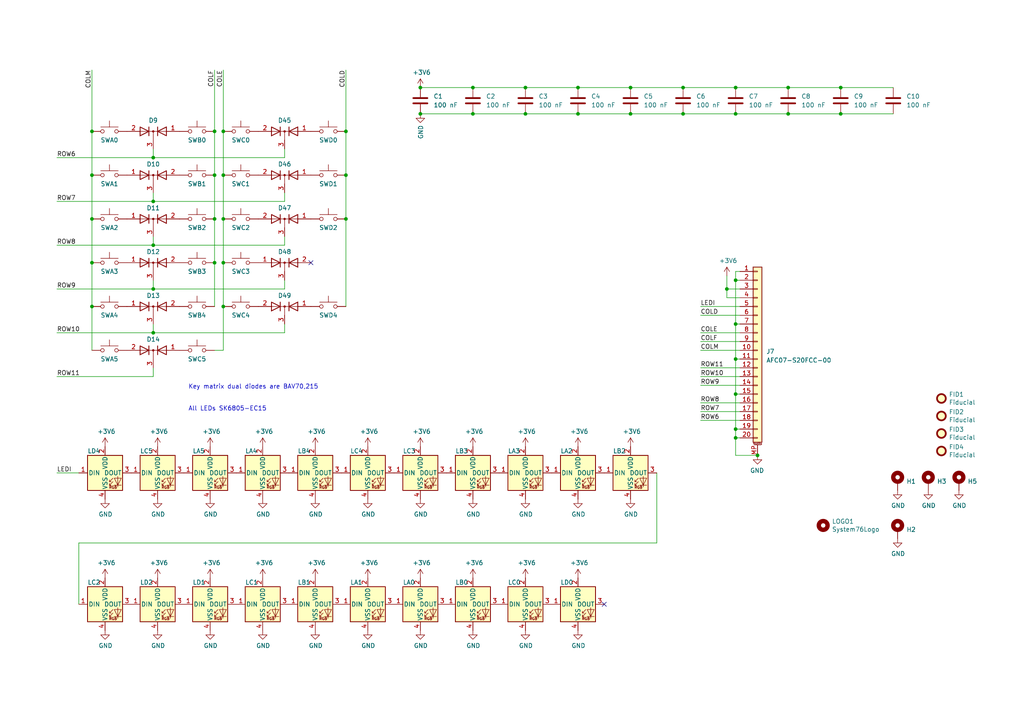
<source format=kicad_sch>
(kicad_sch (version 20211123) (generator eeschema)
  (paper "A4")
  (title_block (title "Launch Heavy") (date "2022-05-19") (rev "0.0") (company "System76"))
  (lib_symbols
    (symbol "Connector_Generic_MountingPin:Conn_01x20_MountingPin" (pin_names (offset 1.016) hide)
      (property "Reference" "J" (at 0 25.4 0))
      (property "Value" "Conn_01x20_MountingPin" (at 1.27 -27.94 0))
      (symbol "Conn_01x20_MountingPin_1_1"
        (rectangle (start -1.27 -25.273) (end 0 -25.527) (stroke (width 0.1524)))
        (rectangle (start -1.27 -22.733) (end 0 -22.987) (stroke (width 0.1524)))
        (rectangle (start -1.27 -20.193) (end 0 -20.447) (stroke (width 0.1524)))
        (rectangle (start -1.27 -17.653) (end 0 -17.907) (stroke (width 0.1524)))
        (rectangle (start -1.27 -15.113) (end 0 -15.367) (stroke (width 0.1524)))
        (rectangle (start -1.27 -12.573) (end 0 -12.827) (stroke (width 0.1524)))
        (rectangle (start -1.27 -10.033) (end 0 -10.287) (stroke (width 0.1524)))
        (rectangle (start -1.27 -7.493) (end 0 -7.747) (stroke (width 0.1524)))
        (rectangle (start -1.27 -4.953) (end 0 -5.207) (stroke (width 0.1524)))
        (rectangle (start -1.27 -2.413) (end 0 -2.667) (stroke (width 0.1524)))
        (rectangle (start -1.27 0.127) (end 0 -0.127) (stroke (width 0.1524)))
        (rectangle (start -1.27 2.667) (end 0 2.413) (stroke (width 0.1524)))
        (rectangle (start -1.27 5.207) (end 0 4.953) (stroke (width 0.1524)))
        (rectangle (start -1.27 7.747) (end 0 7.493) (stroke (width 0.1524)))
        (rectangle (start -1.27 10.287) (end 0 10.033) (stroke (width 0.1524)))
        (rectangle (start -1.27 12.827) (end 0 12.573) (stroke (width 0.1524)))
        (rectangle (start -1.27 15.367) (end 0 15.113) (stroke (width 0.1524)))
        (rectangle (start -1.27 17.907) (end 0 17.653) (stroke (width 0.1524)))
        (rectangle (start -1.27 20.447) (end 0 20.193) (stroke (width 0.1524)))
        (rectangle (start -1.27 22.987) (end 0 22.733) (stroke (width 0.1524)))
        (rectangle (start -1.27 24.13) (end 1.27 -26.67) (stroke (width 0.254)) (fill (type background)))
        (polyline (pts (xy -1.016 -27.432) (xy 1.016 -27.432)) (stroke (width 0.1524)))
        (text "Mounting" (at 0 -27.051 0) (effects (font (size 0.381 0.381))))
        (pin passive line (at -5.08 22.86 0) (length 3.81) (name "Pin_1") (number "1"))
        (pin passive line (at -5.08 0 0) (length 3.81) (name "Pin_10") (number "10"))
        (pin passive line (at -5.08 -2.54 0) (length 3.81) (name "Pin_11") (number "11"))
        (pin passive line (at -5.08 -5.08 0) (length 3.81) (name "Pin_12") (number "12"))
        (pin passive line (at -5.08 -7.62 0) (length 3.81) (name "Pin_13") (number "13"))
        (pin passive line (at -5.08 -10.16 0) (length 3.81) (name "Pin_14") (number "14"))
        (pin passive line (at -5.08 -12.7 0) (length 3.81) (name "Pin_15") (number "15"))
        (pin passive line (at -5.08 -15.24 0) (length 3.81) (name "Pin_16") (number "16"))
        (pin passive line (at -5.08 -17.78 0) (length 3.81) (name "Pin_17") (number "17"))
        (pin passive line (at -5.08 -20.32 0) (length 3.81) (name "Pin_18") (number "18"))
        (pin passive line (at -5.08 -22.86 0) (length 3.81) (name "Pin_19") (number "19"))
        (pin passive line (at -5.08 20.32 0) (length 3.81) (name "Pin_2") (number "2"))
        (pin passive line (at -5.08 -25.4 0) (length 3.81) (name "Pin_20") (number "20"))
        (pin passive line (at -5.08 17.78 0) (length 3.81) (name "Pin_3") (number "3"))
        (pin passive line (at -5.08 15.24 0) (length 3.81) (name "Pin_4") (number "4"))
        (pin passive line (at -5.08 12.7 0) (length 3.81) (name "Pin_5") (number "5"))
        (pin passive line (at -5.08 10.16 0) (length 3.81) (name "Pin_6") (number "6"))
        (pin passive line (at -5.08 7.62 0) (length 3.81) (name "Pin_7") (number "7"))
        (pin passive line (at -5.08 5.08 0) (length 3.81) (name "Pin_8") (number "8"))
        (pin passive line (at -5.08 2.54 0) (length 3.81) (name "Pin_9") (number "9"))
        (pin passive line (at 0 -30.48 90) (length 3.048) (name "MountPin") (number "MP"))
      )
    )
    (symbol "Device:C" (pin_numbers hide) (pin_names (offset 0.254))
      (property "Reference" "C" (at 0.635 2.54 0))
      (property "Value" "C" (at 0.635 -2.54 0))
      (symbol "C_0_1"
        (polyline (pts (xy -2.032 -0.762) (xy 2.032 -0.762)) (stroke (width 0.508)))
        (polyline (pts (xy -2.032 0.762) (xy 2.032 0.762)) (stroke (width 0.508)))
      )
      (symbol "C_1_1"
        (pin passive line (at 0 3.81 270) (length 2.794) (name "~") (number "1"))
        (pin passive line (at 0 -3.81 90) (length 2.794) (name "~") (number "2"))
      )
    )
    (symbol "Device:D_Dual_CommonCathode_AAK" (pin_names (offset 0.762) hide)
      (property "Reference" "D" (at 1.27 -2.54 0))
      (property "Value" "D_Dual_CommonCathode_AAK" (at 0 2.54 0))
      (symbol "D_Dual_CommonCathode_AAK_0_1"
        (polyline (pts (xy -3.81 0) (xy 3.81 0)))
        (polyline (pts (xy 0 0) (xy 0 -2.54)))
        (polyline (pts (xy -1.27 -1.27) (xy -1.27 1.27) (xy -1.27 1.27)) (stroke (width 0.254)))
        (polyline (pts (xy 1.27 -1.27) (xy 1.27 1.27) (xy 1.27 1.27)) (stroke (width 0.254)))
        (polyline (pts (xy -3.81 1.27) (xy -1.27 0) (xy -3.81 -1.27) (xy -3.81 1.27) (xy -3.81 1.27) (xy -3.81 1.27)) (stroke (width 0.254)))
        (polyline (pts (xy 3.81 -1.27) (xy 1.27 0) (xy 3.81 1.27) (xy 3.81 -1.27) (xy 3.81 -1.27) (xy 3.81 -1.27)) (stroke (width 0.254)))
        (circle (center 0 0) (radius 0.254) (fill (type outline)))
        (pin passive line (at -7.62 0 0) (length 3.81) (name "A") (number "1"))
        (pin passive line (at 7.62 0 180) (length 3.81) (name "A") (number "2"))
        (pin passive line (at 0 -5.08 90) (length 2.54) (name "K") (number "3"))
      )
    )
    (symbol "Mechanical:Fiducial"
      (property "Reference" "FID" (at 0 5.08 0))
      (property "Value" "Fiducial" (at 0 3.175 0))
      (symbol "Fiducial_0_1"
        (circle (center 0 0) (radius 1.27) (stroke (width 0.508)) (fill (type background)))
      )
    )
    (symbol "Mechanical:MountingHole" (pin_names (offset 1.016))
      (property "Reference" "H" (at 0 5.08 0))
      (property "Value" "MountingHole" (at 0 3.175 0))
      (symbol "MountingHole_0_1"
        (circle (center 0 0) (radius 1.27) (stroke (width 1.27)))
      )
    )
    (symbol "Mechanical:MountingHole_Pad" (pin_numbers hide) (pin_names (offset 1.016) hide)
      (property "Reference" "H" (at 0 6.35 0))
      (property "Value" "MountingHole_Pad" (at 0 4.445 0))
      (symbol "MountingHole_Pad_0_1"
        (circle (center 0 1.27) (radius 1.27) (stroke (width 1.27)))
      )
      (symbol "MountingHole_Pad_1_1"
        (pin input line (at 0 -2.54 90) (length 2.54) (name "1") (number "1"))
      )
    )
    (symbol "Switch:SW_Push" (pin_numbers hide) (pin_names (offset 1.016) hide)
      (property "Reference" "SW" (at 1.27 2.54 0))
      (property "Value" "SW_Push" (at 0 -1.524 0))
      (symbol "SW_Push_0_1"
        (circle (center -2.032 0) (radius 0.508))
        (polyline (pts (xy 0 1.27) (xy 0 3.048)))
        (polyline (pts (xy 2.54 1.27) (xy -2.54 1.27)))
        (circle (center 2.032 0) (radius 0.508))
        (pin passive line (at -5.08 0 0) (length 2.54) (name "1") (number "1"))
        (pin passive line (at 5.08 0 180) (length 2.54) (name "2") (number "2"))
      )
    )
    (symbol "launch:+3V6" (power) (pin_names (offset 0))
      (property "Value" "+3V6" (at 0 3.556 0))
      (symbol "+3V6_0_1"
        (polyline (pts (xy -0.762 1.27) (xy 0 2.54)))
        (polyline (pts (xy 0 0) (xy 0 2.54)))
        (polyline (pts (xy 0 2.54) (xy 0.762 1.27)))
      )
      (symbol "+3V6_1_1"
        (pin power_in line (at 0 0 90) (length 0) hide (name "+3V6") (number "1"))
      )
    )
    (symbol "launch:SK6805-EC15" (pin_names (offset 0.254))
      (property "Reference" "D" (at 5.08 5.715 0))
      (property "Value" "SK6805-EC15" (at 1.27 -5.715 0))
      (symbol "SK6805-EC15_0_0"
        (text "RGB" (at 2.286 -4.191 0) (effects (font (size 0.762 0.762))))
      )
      (symbol "SK6805-EC15_0_1"
        (polyline (pts (xy 1.27 -3.556) (xy 1.778 -3.556)))
        (polyline (pts (xy 1.27 -2.54) (xy 1.778 -2.54)))
        (polyline (pts (xy 4.699 -3.556) (xy 2.667 -3.556)))
        (polyline (pts (xy 2.286 -2.54) (xy 1.27 -3.556) (xy 1.27 -3.048)))
        (polyline (pts (xy 2.286 -1.524) (xy 1.27 -2.54) (xy 1.27 -2.032)))
        (polyline (pts (xy 3.683 -1.016) (xy 3.683 -3.556) (xy 3.683 -4.064)))
        (polyline (pts (xy 4.699 -1.524) (xy 2.667 -1.524) (xy 3.683 -3.556) (xy 4.699 -1.524)))
        (rectangle (start 5.08 5.08) (end -5.08 -5.08) (stroke (width 0.254)) (fill (type background)))
      )
      (symbol "SK6805-EC15_1_1"
        (pin input line (at -7.62 0 0) (length 2.54) (name "DIN") (number "1"))
        (pin power_in line (at 0 7.62 270) (length 2.54) (name "VDD") (number "2"))
        (pin output line (at 7.62 0 180) (length 2.54) (name "DOUT") (number "3"))
        (pin power_in line (at 0 -7.62 90) (length 2.54) (name "VSS") (number "4"))
      )
    )
    (symbol "power:GND" (power) (pin_names (offset 0))
      (property "Value" "GND" (at 0 -3.81 0))
      (symbol "GND_0_1"
        (polyline (pts (xy 0 0) (xy 0 -1.27) (xy 1.27 -1.27) (xy 0 -2.54) (xy -1.27 -1.27) (xy 0 -1.27)))
      )
      (symbol "GND_1_1"
        (pin power_in line (at 0 0 270) (length 0) hide (name "GND") (number "1"))
      )
    )
  )
  (junction (at 182.88 25.4))
  (junction (at 62.23 38.1))
  (junction (at 167.64 33.02))
  (junction (at 44.45 58.42))
  (junction (at 121.92 33.02))
  (junction (at 228.6 33.02))
  (junction (at 210.82 83.82))
  (junction (at 213.36 124.46))
  (junction (at 213.36 114.3))
  (junction (at 167.64 25.4))
  (junction (at 64.77 76.2))
  (junction (at 137.16 25.4))
  (junction (at 100.33 63.5))
  (junction (at 213.36 127))
  (junction (at 213.36 104.14))
  (junction (at 198.12 25.4))
  (junction (at 44.45 83.82))
  (junction (at 64.77 38.1))
  (junction (at 26.67 50.8))
  (junction (at 219.71 132.08))
  (junction (at 213.36 93.98))
  (junction (at 62.23 76.2))
  (junction (at 198.12 33.02))
  (junction (at 100.33 38.1))
  (junction (at 26.67 63.5))
  (junction (at 100.33 50.8))
  (junction (at 44.45 96.52))
  (junction (at 213.36 81.28))
  (junction (at 121.92 25.4))
  (junction (at 137.16 33.02))
  (junction (at 44.45 45.72))
  (junction (at 62.23 63.5))
  (junction (at 26.67 38.1))
  (junction (at 64.77 63.5))
  (junction (at 62.23 50.8))
  (junction (at 26.67 88.9))
  (junction (at 44.45 71.12))
  (junction (at 152.4 25.4))
  (junction (at 228.6 25.4))
  (junction (at 243.84 25.4))
  (junction (at 26.67 76.2))
  (junction (at 152.4 33.02))
  (junction (at 64.77 88.9))
  (junction (at 213.36 25.4))
  (junction (at 64.77 50.8))
  (junction (at 243.84 33.02))
  (junction (at 182.88 33.02))
  (junction (at 213.36 33.02))
  (no_connect (at 90.17 76.2))
  (no_connect (at 175.26 175.26))
  (wire (pts (xy 203.2 96.52) (xy 214.63 96.52)))
  (wire (pts (xy 16.51 45.72) (xy 44.45 45.72)))
  (wire (pts (xy 213.36 127) (xy 214.63 127)))
  (wire (pts (xy 214.63 104.14) (xy 213.36 104.14)))
  (wire (pts (xy 213.36 25.4) (xy 228.6 25.4)))
  (wire (pts (xy 213.36 132.08) (xy 219.71 132.08)))
  (wire (pts (xy 64.77 76.2) (xy 64.77 88.9)))
  (wire (pts (xy 213.36 124.46) (xy 214.63 124.46)))
  (wire (pts (xy 16.51 83.82) (xy 44.45 83.82)))
  (wire (pts (xy 44.45 68.58) (xy 44.45 71.12)))
  (wire (pts (xy 44.45 55.88) (xy 44.45 58.42)))
  (wire (pts (xy 100.33 63.5) (xy 100.33 88.9)))
  (wire (pts (xy 64.77 101.6) (xy 64.77 88.9)))
  (wire (pts (xy 213.36 127) (xy 213.36 132.08)))
  (wire (pts (xy 82.55 55.88) (xy 82.55 58.42)))
  (wire (pts (xy 203.2 121.92) (xy 214.63 121.92)))
  (wire (pts (xy 62.23 63.5) (xy 62.23 50.8)))
  (wire (pts (xy 16.51 137.16) (xy 22.86 137.16)))
  (wire (pts (xy 243.84 33.02) (xy 259.08 33.02)))
  (wire (pts (xy 203.2 88.9) (xy 214.63 88.9)))
  (wire (pts (xy 203.2 101.6) (xy 214.63 101.6)))
  (wire (pts (xy 198.12 33.02) (xy 213.36 33.02)))
  (wire (pts (xy 182.88 33.02) (xy 198.12 33.02)))
  (wire (pts (xy 203.2 91.44) (xy 214.63 91.44)))
  (wire (pts (xy 213.36 124.46) (xy 213.36 127)))
  (wire (pts (xy 228.6 25.4) (xy 243.84 25.4)))
  (wire (pts (xy 100.33 38.1) (xy 100.33 50.8)))
  (wire (pts (xy 213.36 33.02) (xy 228.6 33.02)))
  (wire (pts (xy 214.63 83.82) (xy 210.82 83.82)))
  (wire (pts (xy 213.36 114.3) (xy 213.36 124.46)))
  (wire (pts (xy 44.45 83.82) (xy 82.55 83.82)))
  (wire (pts (xy 22.86 157.48) (xy 190.5 157.48)))
  (wire (pts (xy 26.67 20.32) (xy 26.67 38.1)))
  (wire (pts (xy 44.45 106.68) (xy 44.45 109.22)))
  (wire (pts (xy 22.86 157.48) (xy 22.86 175.26)))
  (wire (pts (xy 213.36 93.98) (xy 214.63 93.98)))
  (wire (pts (xy 213.36 81.28) (xy 213.36 93.98)))
  (wire (pts (xy 213.36 78.74) (xy 213.36 81.28)))
  (wire (pts (xy 16.51 96.52) (xy 44.45 96.52)))
  (wire (pts (xy 62.23 20.32) (xy 62.23 38.1)))
  (wire (pts (xy 44.45 93.98) (xy 44.45 96.52)))
  (wire (pts (xy 137.16 25.4) (xy 152.4 25.4)))
  (wire (pts (xy 100.33 20.32) (xy 100.33 38.1)))
  (wire (pts (xy 64.77 50.8) (xy 64.77 63.5)))
  (wire (pts (xy 152.4 33.02) (xy 167.64 33.02)))
  (wire (pts (xy 62.23 63.5) (xy 62.23 76.2)))
  (wire (pts (xy 44.45 71.12) (xy 82.55 71.12)))
  (wire (pts (xy 203.2 106.68) (xy 214.63 106.68)))
  (wire (pts (xy 203.2 119.38) (xy 214.63 119.38)))
  (wire (pts (xy 64.77 63.5) (xy 64.77 76.2)))
  (wire (pts (xy 44.45 58.42) (xy 82.55 58.42)))
  (wire (pts (xy 16.51 58.42) (xy 44.45 58.42)))
  (wire (pts (xy 64.77 38.1) (xy 64.77 50.8)))
  (wire (pts (xy 26.67 76.2) (xy 26.67 88.9)))
  (wire (pts (xy 62.23 38.1) (xy 62.23 50.8)))
  (wire (pts (xy 82.55 93.98) (xy 82.55 96.52)))
  (wire (pts (xy 44.45 43.18) (xy 44.45 45.72)))
  (wire (pts (xy 213.36 104.14) (xy 213.36 114.3)))
  (wire (pts (xy 26.67 38.1) (xy 26.67 50.8)))
  (wire (pts (xy 44.45 45.72) (xy 82.55 45.72)))
  (wire (pts (xy 228.6 33.02) (xy 243.84 33.02)))
  (wire (pts (xy 26.67 88.9) (xy 26.67 101.6)))
  (wire (pts (xy 167.64 33.02) (xy 182.88 33.02)))
  (wire (pts (xy 82.55 83.82) (xy 82.55 81.28)))
  (wire (pts (xy 82.55 45.72) (xy 82.55 43.18)))
  (wire (pts (xy 62.23 101.6) (xy 64.77 101.6)))
  (wire (pts (xy 26.67 63.5) (xy 26.67 76.2)))
  (wire (pts (xy 100.33 50.8) (xy 100.33 63.5)))
  (wire (pts (xy 210.82 83.82) (xy 210.82 80.01)))
  (wire (pts (xy 182.88 25.4) (xy 198.12 25.4)))
  (wire (pts (xy 121.92 25.4) (xy 137.16 25.4)))
  (wire (pts (xy 203.2 99.06) (xy 214.63 99.06)))
  (wire (pts (xy 137.16 33.02) (xy 152.4 33.02)))
  (wire (pts (xy 214.63 86.36) (xy 210.82 86.36)))
  (wire (pts (xy 82.55 68.58) (xy 82.55 71.12)))
  (wire (pts (xy 62.23 76.2) (xy 62.23 88.9)))
  (wire (pts (xy 198.12 25.4) (xy 213.36 25.4)))
  (wire (pts (xy 44.45 81.28) (xy 44.45 83.82)))
  (wire (pts (xy 213.36 93.98) (xy 213.36 104.14)))
  (wire (pts (xy 152.4 25.4) (xy 167.64 25.4)))
  (wire (pts (xy 121.92 33.02) (xy 137.16 33.02)))
  (wire (pts (xy 203.2 109.22) (xy 214.63 109.22)))
  (wire (pts (xy 214.63 78.74) (xy 213.36 78.74)))
  (wire (pts (xy 16.51 109.22) (xy 44.45 109.22)))
  (wire (pts (xy 26.67 50.8) (xy 26.67 63.5)))
  (wire (pts (xy 213.36 81.28) (xy 214.63 81.28)))
  (wire (pts (xy 203.2 116.84) (xy 214.63 116.84)))
  (wire (pts (xy 203.2 111.76) (xy 214.63 111.76)))
  (wire (pts (xy 210.82 86.36) (xy 210.82 83.82)))
  (wire (pts (xy 213.36 114.3) (xy 214.63 114.3)))
  (wire (pts (xy 190.5 137.16) (xy 190.5 157.48)))
  (wire (pts (xy 167.64 25.4) (xy 182.88 25.4)))
  (wire (pts (xy 16.51 71.12) (xy 44.45 71.12)))
  (wire (pts (xy 243.84 25.4) (xy 259.08 25.4)))
  (wire (pts (xy 64.77 20.32) (xy 64.77 38.1)))
  (wire (pts (xy 44.45 96.52) (xy 82.55 96.52)))
  (text "Key matrix dual diodes are BAV70,215" (at 54.61 113.03 0) (effects (font (size 1.27 1.27)) (justify left bottom)))
  (text "All LEDs SK6805-EC15" (at 54.61 119.38 0) (effects (font (size 1.27 1.27)) (justify left bottom)))
  (label "LEDI" (at 203.2 88.9 0))
  (label "ROW6" (at 16.51 45.72 0))
  (label "ROW10" (at 16.51 96.52 0))
  (label "LEDI" (at 16.51 137.16 0))
  (label "ROW9" (at 16.51 83.82 0))
  (label "ROW11" (at 16.51 109.22 0))
  (label "ROW7" (at 16.51 58.42 0))
  (label "ROW10" (at 203.2 109.22 0))
  (label "COLD" (at 100.33 20.32 270))
  (label "ROW8" (at 16.51 71.12 0))
  (label "COLM" (at 203.2 101.6 0))
  (label "ROW9" (at 203.2 111.76 0))
  (label "COLM" (at 26.67 20.32 270))
  (label "ROW11" (at 203.2 106.68 0))
  (label "COLE" (at 64.77 20.32 270))
  (label "COLE" (at 203.2 96.52 0))
  (label "COLF" (at 203.2 99.06 0))
  (label "ROW7" (at 203.2 119.38 0))
  (label "COLF" (at 62.23 20.32 270))
  (label "ROW6" (at 203.2 121.92 0))
  (label "COLD" (at 203.2 91.44 0))
  (label "ROW8" (at 203.2 116.84 0))
  (symbol (lib_id "Switch:SW_Push") (at 31.75 38.1 0) (unit 1)
    (property "Reference" "SWA0" (at 31.75 40.64 0))
    (property "Value" "CPG151101S11" (effects hide))
    (property "Footprint" "Kailh:Kailh_socket_MX" (effects hide))
    (property "Manufacturer" "Kailh" (effects hide))
  )
  (symbol (lib_id "Switch:SW_Push") (at 57.15 38.1 0) (mirror y) (unit 1)
    (property "Reference" "SWB0" (at 57.15 40.64 0))
    (property "Value" "CPG151101S11" (effects hide))
    (property "Footprint" "Kailh:Kailh_socket_MX" (effects hide))
    (property "Manufacturer" "Kailh" (effects hide))
  )
  (symbol (lib_id "Switch:SW_Push") (at 69.85 38.1 0) (unit 1)
    (property "Reference" "SWC0" (at 69.85 40.64 0))
    (property "Value" "CPG151101S11" (effects hide))
    (property "Footprint" "Kailh:Kailh_socket_MX" (effects hide))
    (property "Manufacturer" "Kailh" (effects hide))
  )
  (symbol (lib_id "Switch:SW_Push") (at 95.25 38.1 0) (mirror y) (unit 1)
    (property "Reference" "SWD0" (at 95.25 40.64 0))
    (property "Value" "CPG151101S11" (effects hide))
    (property "Footprint" "Kailh:Kailh_socket_MX" (effects hide))
    (property "Manufacturer" "Kailh" (effects hide))
  )
  (symbol (lib_id "Switch:SW_Push") (at 31.75 50.8 0) (unit 1)
    (property "Reference" "SWA1" (at 31.75 53.34 0))
    (property "Value" "CPG151101S11" (effects hide))
    (property "Footprint" "Kailh:Kailh_socket_MX" (effects hide))
    (property "Manufacturer" "Kailh" (effects hide))
  )
  (symbol (lib_id "Switch:SW_Push") (at 57.15 50.8 0) (mirror y) (unit 1)
    (property "Reference" "SWB1" (at 57.15 53.34 0))
    (property "Value" "CPG151101S11" (effects hide))
    (property "Footprint" "Kailh:Kailh_socket_MX" (effects hide))
    (property "Manufacturer" "Kailh" (effects hide))
  )
  (symbol (lib_id "Switch:SW_Push") (at 69.85 50.8 0) (unit 1)
    (property "Reference" "SWC1" (at 69.85 53.34 0))
    (property "Value" "CPG151101S11" (effects hide))
    (property "Footprint" "Kailh:Kailh_socket_MX" (effects hide))
    (property "Manufacturer" "Kailh" (effects hide))
  )
  (symbol (lib_id "Switch:SW_Push") (at 95.25 50.8 0) (mirror y) (unit 1)
    (property "Reference" "SWD1" (at 95.25 53.34 0))
    (property "Value" "CPG151101S11" (effects hide))
    (property "Footprint" "Kailh:Kailh_socket_MX" (effects hide))
    (property "Manufacturer" "Kailh" (effects hide))
  )
  (symbol (lib_id "Switch:SW_Push") (at 95.25 63.5 0) (mirror y) (unit 1)
    (property "Reference" "SWD2" (at 95.25 66.04 0))
    (property "Value" "CPG151101S11" (effects hide))
    (property "Footprint" "Kailh:Kailh_socket_MX" (effects hide))
    (property "Manufacturer" "Kailh" (effects hide))
  )
  (symbol (lib_id "Switch:SW_Push") (at 69.85 63.5 0) (unit 1)
    (property "Reference" "SWC2" (at 69.85 66.04 0))
    (property "Value" "CPG151101S11" (effects hide))
    (property "Footprint" "Kailh:Kailh_socket_MX" (effects hide))
    (property "Manufacturer" "Kailh" (effects hide))
  )
  (symbol (lib_id "Switch:SW_Push") (at 57.15 63.5 0) (mirror y) (unit 1)
    (property "Reference" "SWB2" (at 57.15 66.04 0))
    (property "Value" "CPG151101S11" (effects hide))
    (property "Footprint" "Kailh:Kailh_socket_MX" (effects hide))
    (property "Manufacturer" "Kailh" (effects hide))
  )
  (symbol (lib_id "Switch:SW_Push") (at 31.75 63.5 0) (unit 1)
    (property "Reference" "SWA2" (at 31.75 66.04 0))
    (property "Value" "CPG151101S11" (effects hide))
    (property "Footprint" "Kailh:Kailh_socket_MX" (effects hide))
    (property "Manufacturer" "Kailh" (effects hide))
  )
  (symbol (lib_id "Switch:SW_Push") (at 31.75 76.2 0) (unit 1)
    (property "Reference" "SWA3" (at 31.75 78.74 0))
    (property "Value" "CPG151101S11" (effects hide))
    (property "Footprint" "Kailh:Kailh_socket_MX" (effects hide))
    (property "Manufacturer" "Kailh" (effects hide))
  )
  (symbol (lib_id "Switch:SW_Push") (at 31.75 88.9 0) (unit 1)
    (property "Reference" "SWA4" (at 31.75 91.44 0))
    (property "Value" "CPG151101S11" (effects hide))
    (property "Footprint" "Kailh:Kailh_socket_MX" (effects hide))
    (property "Manufacturer" "Kailh" (effects hide))
  )
  (symbol (lib_id "Switch:SW_Push") (at 57.15 76.2 0) (mirror y) (unit 1)
    (property "Reference" "SWB3" (at 57.15 78.74 0))
    (property "Value" "CPG151101S11" (effects hide))
    (property "Footprint" "Kailh:Kailh_socket_MX" (effects hide))
    (property "Manufacturer" "Kailh" (effects hide))
  )
  (symbol (lib_id "Switch:SW_Push") (at 69.85 76.2 0) (unit 1)
    (property "Reference" "SWC3" (at 69.85 78.74 0))
    (property "Value" "CPG151101S11" (effects hide))
    (property "Footprint" "Kailh:Kailh_socket_MX" (effects hide))
    (property "Manufacturer" "Kailh" (effects hide))
  )
  (symbol (lib_id "Switch:SW_Push") (at 69.85 88.9 0) (unit 1)
    (property "Reference" "SWC4" (at 69.85 91.44 0))
    (property "Value" "CPG151101S11" (effects hide))
    (property "Footprint" "Kailh:Kailh_socket_MX" (effects hide))
    (property "Manufacturer" "Kailh" (effects hide))
  )
  (symbol (lib_id "Switch:SW_Push") (at 57.15 88.9 0) (mirror y) (unit 1)
    (property "Reference" "SWB4" (at 57.15 91.44 0))
    (property "Value" "CPG151101S11" (effects hide))
    (property "Footprint" "Kailh:Kailh_socket_MX" (effects hide))
    (property "Manufacturer" "Kailh" (effects hide))
  )
  (symbol (lib_id "Switch:SW_Push") (at 31.75 101.6 0) (unit 1)
    (property "Reference" "SWA5" (at 31.75 104.14 0))
    (property "Value" "CPG151101S11" (effects hide))
    (property "Footprint" "Kailh:Kailh_socket_MX" (effects hide))
    (property "Manufacturer" "Kailh" (effects hide))
  )
  (symbol (lib_id "Switch:SW_Push") (at 57.15 101.6 0) (mirror y) (unit 1)
    (property "Reference" "SWC5" (at 57.15 104.14 0))
    (property "Value" "CPG151101S11" (effects hide))
    (property "Footprint" "Kailh:Kailh_socket_MX" (effects hide))
    (property "Manufacturer" "Kailh" (effects hide))
  )
  (symbol (lib_id "Switch:SW_Push") (at 95.25 88.9 0) (mirror y) (unit 1)
    (property "Reference" "SWD4" (at 95.25 91.44 0))
    (property "Value" "CPG151101S11" (effects hide))
    (property "Footprint" "Kailh:Kailh_socket_MX" (effects hide))
    (property "Manufacturer" "Kailh" (effects hide))
  )
  (symbol (lib_id "launch:SK6805-EC15") (at 121.92 175.26 0) (unit 1)
    (property "Reference" "LA0" (at 116.84 168.91 0) (effects (justify left)))
    (property "Value" "SK6805-EC15" (effects hide))
    (property "Footprint" "launch:LED_SK6805-EC15" (effects hide))
    (property "Datasheet" "$KIPRJMOD/docs/SK6805-EC15.pdf" (effects hide))
  )
  (symbol (lib_id "power:GND") (at 121.92 182.88 0) (unit 1)
    (property "Reference" "#PWR016" (effects hide))
    (property "Value" "GND" (at 122.047 187.2742 0))
  )
  (symbol (lib_id "power:GND") (at 137.16 182.88 0) (unit 1)
    (property "Reference" "#PWR017" (effects hide))
    (property "Value" "GND" (at 137.287 187.2742 0))
  )
  (symbol (lib_id "launch:SK6805-EC15") (at 137.16 175.26 0) (unit 1)
    (property "Reference" "LB0" (at 132.08 168.91 0) (effects (justify left)))
    (property "Value" "SK6805-EC15" (effects hide))
    (property "Footprint" "launch:LED_SK6805-EC15" (effects hide))
    (property "Datasheet" "$KIPRJMOD/docs/SK6805-EC15.pdf" (effects hide))
  )
  (symbol (lib_id "power:GND") (at 152.4 182.88 0) (unit 1)
    (property "Reference" "#PWR018" (effects hide))
    (property "Value" "GND" (at 152.527 187.2742 0))
  )
  (symbol (lib_id "launch:SK6805-EC15") (at 152.4 175.26 0) (unit 1)
    (property "Reference" "LC0" (at 147.32 168.91 0) (effects (justify left)))
    (property "Value" "SK6805-EC15" (effects hide))
    (property "Footprint" "launch:LED_SK6805-EC15" (effects hide))
    (property "Datasheet" "$KIPRJMOD/docs/SK6805-EC15.pdf" (effects hide))
  )
  (symbol (lib_id "power:GND") (at 167.64 182.88 0) (unit 1)
    (property "Reference" "#PWR019" (effects hide))
    (property "Value" "GND" (at 167.767 187.2742 0))
  )
  (symbol (lib_id "launch:SK6805-EC15") (at 167.64 175.26 0) (unit 1)
    (property "Reference" "LD0" (at 162.56 168.91 0) (effects (justify left)))
    (property "Value" "SK6805-EC15" (effects hide))
    (property "Footprint" "launch:LED_SK6805-EC15" (effects hide))
    (property "Datasheet" "$KIPRJMOD/docs/SK6805-EC15.pdf" (effects hide))
  )
  (symbol (lib_id "power:GND") (at 106.68 182.88 0) (unit 1)
    (property "Reference" "#PWR046" (effects hide))
    (property "Value" "GND" (at 106.807 187.2742 0))
  )
  (symbol (lib_id "launch:SK6805-EC15") (at 106.68 175.26 0) (unit 1)
    (property "Reference" "LA1" (at 101.6 168.91 0) (effects (justify left)))
    (property "Value" "SK6805-EC15" (effects hide))
    (property "Footprint" "launch:LED_SK6805-EC15" (effects hide))
    (property "Datasheet" "$KIPRJMOD/docs/SK6805-EC15.pdf" (effects hide))
  )
  (symbol (lib_id "power:GND") (at 91.44 182.88 0) (unit 1)
    (property "Reference" "#PWR047" (effects hide))
    (property "Value" "GND" (at 91.567 187.2742 0))
  )
  (symbol (lib_id "launch:SK6805-EC15") (at 91.44 175.26 0) (unit 1)
    (property "Reference" "LB1" (at 86.36 168.91 0) (effects (justify left)))
    (property "Value" "SK6805-EC15" (effects hide))
    (property "Footprint" "launch:LED_SK6805-EC15" (effects hide))
    (property "Datasheet" "$KIPRJMOD/docs/SK6805-EC15.pdf" (effects hide))
  )
  (symbol (lib_id "power:GND") (at 76.2 182.88 0) (unit 1)
    (property "Reference" "#PWR048" (effects hide))
    (property "Value" "GND" (at 76.327 187.2742 0))
  )
  (symbol (lib_id "launch:SK6805-EC15") (at 76.2 175.26 0) (unit 1)
    (property "Reference" "LC1" (at 71.12 168.91 0) (effects (justify left)))
    (property "Value" "SK6805-EC15" (effects hide))
    (property "Footprint" "launch:LED_SK6805-EC15" (effects hide))
    (property "Datasheet" "$KIPRJMOD/docs/SK6805-EC15.pdf" (effects hide))
  )
  (symbol (lib_id "power:GND") (at 60.96 182.88 0) (unit 1)
    (property "Reference" "#PWR049" (effects hide))
    (property "Value" "GND" (at 61.087 187.2742 0))
  )
  (symbol (lib_id "launch:SK6805-EC15") (at 60.96 175.26 0) (unit 1)
    (property "Reference" "LD1" (at 55.88 168.91 0) (effects (justify left)))
    (property "Value" "SK6805-EC15" (effects hide))
    (property "Footprint" "launch:LED_SK6805-EC15" (effects hide))
    (property "Datasheet" "$KIPRJMOD/docs/SK6805-EC15.pdf" (effects hide))
  )
  (symbol (lib_id "power:GND") (at 167.64 144.78 0) (unit 1)
    (property "Reference" "#PWR076" (effects hide))
    (property "Value" "GND" (at 167.767 149.1742 0))
  )
  (symbol (lib_id "launch:SK6805-EC15") (at 167.64 137.16 0) (unit 1)
    (property "Reference" "LA2" (at 162.56 130.81 0) (effects (justify left)))
    (property "Value" "SK6805-EC15" (effects hide))
    (property "Footprint" "launch:LED_SK6805-EC15" (effects hide))
    (property "Datasheet" "$KIPRJMOD/docs/SK6805-EC15.pdf" (effects hide))
  )
  (symbol (lib_id "power:GND") (at 182.88 144.78 0) (unit 1)
    (property "Reference" "#PWR077" (effects hide))
    (property "Value" "GND" (at 183.007 149.1742 0))
  )
  (symbol (lib_id "launch:SK6805-EC15") (at 182.88 137.16 0) (unit 1)
    (property "Reference" "LB2" (at 177.8 130.81 0) (effects (justify left)))
    (property "Value" "SK6805-EC15" (effects hide))
    (property "Footprint" "launch:LED_SK6805-EC15" (effects hide))
    (property "Datasheet" "$KIPRJMOD/docs/SK6805-EC15.pdf" (effects hide))
  )
  (symbol (lib_id "power:GND") (at 30.48 182.88 0) (unit 1)
    (property "Reference" "#PWR078" (effects hide))
    (property "Value" "GND" (at 30.607 187.2742 0))
  )
  (symbol (lib_id "launch:SK6805-EC15") (at 30.48 175.26 0) (unit 1)
    (property "Reference" "LC2" (at 25.4 168.91 0) (effects (justify left)))
    (property "Value" "SK6805-EC15" (effects hide))
    (property "Footprint" "launch:LED_SK6805-EC15" (effects hide))
    (property "Datasheet" "$KIPRJMOD/docs/SK6805-EC15.pdf" (effects hide))
  )
  (symbol (lib_id "power:GND") (at 45.72 182.88 0) (unit 1)
    (property "Reference" "#PWR079" (effects hide))
    (property "Value" "GND" (at 45.847 187.2742 0))
  )
  (symbol (lib_id "launch:SK6805-EC15") (at 45.72 175.26 0) (unit 1)
    (property "Reference" "LD2" (at 40.64 168.91 0) (effects (justify left)))
    (property "Value" "SK6805-EC15" (effects hide))
    (property "Footprint" "launch:LED_SK6805-EC15" (effects hide))
    (property "Datasheet" "$KIPRJMOD/docs/SK6805-EC15.pdf" (effects hide))
  )
  (symbol (lib_id "power:GND") (at 152.4 144.78 0) (unit 1)
    (property "Reference" "#PWR0119" (effects hide))
    (property "Value" "GND" (at 152.527 149.1742 0))
  )
  (symbol (lib_id "launch:SK6805-EC15") (at 152.4 137.16 0) (unit 1)
    (property "Reference" "LA3" (at 147.32 130.81 0) (effects (justify left)))
    (property "Value" "SK6805-EC15" (effects hide))
    (property "Footprint" "launch:LED_SK6805-EC15" (effects hide))
    (property "Datasheet" "$KIPRJMOD/docs/SK6805-EC15.pdf" (effects hide))
  )
  (symbol (lib_id "power:GND") (at 137.16 144.78 0) (unit 1)
    (property "Reference" "#PWR0120" (effects hide))
    (property "Value" "GND" (at 137.287 149.1742 0))
  )
  (symbol (lib_id "launch:SK6805-EC15") (at 137.16 137.16 0) (unit 1)
    (property "Reference" "LB3" (at 132.08 130.81 0) (effects (justify left)))
    (property "Value" "SK6805-EC15" (effects hide))
    (property "Footprint" "launch:LED_SK6805-EC15" (effects hide))
    (property "Datasheet" "$KIPRJMOD/docs/SK6805-EC15.pdf" (effects hide))
  )
  (symbol (lib_id "power:GND") (at 121.92 144.78 0) (unit 1)
    (property "Reference" "#PWR0121" (effects hide))
    (property "Value" "GND" (at 122.047 149.1742 0))
  )
  (symbol (lib_id "launch:SK6805-EC15") (at 121.92 137.16 0) (unit 1)
    (property "Reference" "LC3" (at 116.84 130.81 0) (effects (justify left)))
    (property "Value" "SK6805-EC15" (effects hide))
    (property "Footprint" "launch:LED_SK6805-EC15" (effects hide))
    (property "Datasheet" "$KIPRJMOD/docs/SK6805-EC15.pdf" (effects hide))
  )
  (symbol (lib_id "power:GND") (at 106.68 144.78 0) (unit 1)
    (property "Reference" "#PWR0149" (effects hide))
    (property "Value" "GND" (at 106.807 149.1742 0))
  )
  (symbol (lib_id "launch:SK6805-EC15") (at 76.2 137.16 0) (unit 1)
    (property "Reference" "LA4" (at 71.12 130.81 0) (effects (justify left)))
    (property "Value" "SK6805-EC15" (effects hide))
    (property "Footprint" "launch:LED_SK6805-EC15" (effects hide))
    (property "Datasheet" "$KIPRJMOD/docs/SK6805-EC15.pdf" (effects hide))
  )
  (symbol (lib_id "power:GND") (at 91.44 144.78 0) (unit 1)
    (property "Reference" "#PWR0150" (effects hide))
    (property "Value" "GND" (at 91.567 149.1742 0))
  )
  (symbol (lib_id "launch:SK6805-EC15") (at 91.44 137.16 0) (unit 1)
    (property "Reference" "LB4" (at 86.36 130.81 0) (effects (justify left)))
    (property "Value" "SK6805-EC15" (effects hide))
    (property "Footprint" "launch:LED_SK6805-EC15" (effects hide))
    (property "Datasheet" "$KIPRJMOD/docs/SK6805-EC15.pdf" (effects hide))
  )
  (symbol (lib_id "power:GND") (at 76.2 144.78 0) (unit 1)
    (property "Reference" "#PWR0151" (effects hide))
    (property "Value" "GND" (at 76.327 149.1742 0))
  )
  (symbol (lib_id "launch:SK6805-EC15") (at 106.68 137.16 0) (unit 1)
    (property "Reference" "LC4" (at 101.6 130.81 0) (effects (justify left)))
    (property "Value" "SK6805-EC15" (effects hide))
    (property "Footprint" "launch:LED_SK6805-EC15" (effects hide))
    (property "Datasheet" "$KIPRJMOD/docs/SK6805-EC15.pdf" (effects hide))
  )
  (symbol (lib_id "power:GND") (at 30.48 144.78 0) (unit 1)
    (property "Reference" "#PWR0152" (effects hide))
    (property "Value" "GND" (at 30.607 149.1742 0))
  )
  (symbol (lib_id "launch:SK6805-EC15") (at 30.48 137.16 0) (unit 1)
    (property "Reference" "LD4" (at 25.4 130.81 0) (effects (justify left)))
    (property "Value" "SK6805-EC15" (effects hide))
    (property "Footprint" "launch:LED_SK6805-EC15" (effects hide))
    (property "Datasheet" "$KIPRJMOD/docs/SK6805-EC15.pdf" (effects hide))
  )
  (symbol (lib_id "power:GND") (at 60.96 144.78 0) (unit 1)
    (property "Reference" "#PWR0179" (effects hide))
    (property "Value" "GND" (at 61.087 149.1742 0))
  )
  (symbol (lib_id "launch:SK6805-EC15") (at 60.96 137.16 0) (unit 1)
    (property "Reference" "LA5" (at 55.88 130.81 0) (effects (justify left)))
    (property "Value" "SK6805-EC15" (effects hide))
    (property "Footprint" "launch:LED_SK6805-EC15" (effects hide))
    (property "Datasheet" "$KIPRJMOD/docs/SK6805-EC15.pdf" (effects hide))
  )
  (symbol (lib_id "power:GND") (at 45.72 144.78 0) (unit 1)
    (property "Reference" "#PWR0181" (effects hide))
    (property "Value" "GND" (at 45.847 149.1742 0))
  )
  (symbol (lib_id "launch:SK6805-EC15") (at 45.72 137.16 0) (unit 1)
    (property "Reference" "LC5" (at 40.64 130.81 0) (effects (justify left)))
    (property "Value" "SK6805-EC15" (effects hide))
    (property "Footprint" "launch:LED_SK6805-EC15" (effects hide))
    (property "Datasheet" "$KIPRJMOD/docs/SK6805-EC15.pdf" (effects hide))
  )
  (symbol (lib_id "Device:C") (at 121.92 29.21 180) (unit 1)
    (property "Reference" "C1" (at 125.73 27.9399 0) (effects (justify right)))
    (property "Value" "100 nF" (at 125.73 30.4799 0) (effects (justify right)))
    (property "Footprint" "Capacitor_SMD:C_0603_1608Metric" (effects hide))
    (property "Manufacturer" "Generic X7R capacitor" (effects hide))
  )
  (symbol (lib_id "power:GND") (at 121.92 33.02 0) (unit 1)
    (property "Reference" "#PWR0111" (effects hide))
    (property "Value" "GND" (at 122.047 36.2712 90) (effects (justify right)))
  )
  (symbol (lib_id "Mechanical:Fiducial") (at 273.05 115.57 0) (unit 1) (in_bom no)
    (property "Reference" "FID1" (at 275.209 114.4016 0) (effects (justify left)))
    (property "Value" "Fiducial" (at 275.209 116.713 0) (effects (justify left)))
    (property "Footprint" "Fiducial:Fiducial_0.75mm_Mask1.5mm" (effects hide))
  )
  (symbol (lib_id "Mechanical:Fiducial") (at 273.05 120.65 0) (unit 1) (in_bom no)
    (property "Reference" "FID2" (at 275.209 119.4816 0) (effects (justify left)))
    (property "Value" "Fiducial" (at 275.209 121.793 0) (effects (justify left)))
    (property "Footprint" "Fiducial:Fiducial_0.75mm_Mask1.5mm" (effects hide))
  )
  (symbol (lib_id "Mechanical:Fiducial") (at 273.05 125.73 0) (unit 1) (in_bom no)
    (property "Reference" "FID3" (at 275.209 124.5616 0) (effects (justify left)))
    (property "Value" "Fiducial" (at 275.209 126.873 0) (effects (justify left)))
    (property "Footprint" "Fiducial:Fiducial_0.75mm_Mask1.5mm" (effects hide))
  )
  (symbol (lib_id "Mechanical:Fiducial") (at 273.05 130.81 0) (unit 1) (in_bom no)
    (property "Reference" "FID4" (at 275.209 129.6416 0) (effects (justify left)))
    (property "Value" "Fiducial" (at 275.209 131.953 0) (effects (justify left)))
    (property "Footprint" "Fiducial:Fiducial_0.75mm_Mask1.5mm" (effects hide))
  )
  (symbol (lib_id "launch:+3V6") (at 121.92 167.64 0) (unit 1)
    (property "Reference" "#PWR0114" (effects hide))
    (property "Value" "+3V6" (at 122.301 163.2458 0))
  )
  (symbol (lib_id "launch:+3V6") (at 137.16 167.64 0) (unit 1)
    (property "Reference" "#PWR0115" (effects hide))
    (property "Value" "+3V6" (at 137.541 163.2458 0))
  )
  (symbol (lib_id "launch:+3V6") (at 152.4 167.64 0) (unit 1)
    (property "Reference" "#PWR0116" (effects hide))
    (property "Value" "+3V6" (at 152.781 163.2458 0))
  )
  (symbol (lib_id "launch:+3V6") (at 167.64 167.64 0) (unit 1)
    (property "Reference" "#PWR0118" (effects hide))
    (property "Value" "+3V6" (at 168.021 163.2458 0))
  )
  (symbol (lib_id "launch:+3V6") (at 106.68 167.64 0) (unit 1)
    (property "Reference" "#PWR0145" (effects hide))
    (property "Value" "+3V6" (at 107.061 163.2458 0))
  )
  (symbol (lib_id "launch:+3V6") (at 91.44 167.64 0) (unit 1)
    (property "Reference" "#PWR0146" (effects hide))
    (property "Value" "+3V6" (at 91.821 163.2458 0))
  )
  (symbol (lib_id "launch:+3V6") (at 76.2 167.64 0) (unit 1)
    (property "Reference" "#PWR0164" (effects hide))
    (property "Value" "+3V6" (at 76.581 163.2458 0))
  )
  (symbol (lib_id "launch:+3V6") (at 60.96 167.64 0) (unit 1)
    (property "Reference" "#PWR0165" (effects hide))
    (property "Value" "+3V6" (at 61.341 163.2458 0))
  )
  (symbol (lib_id "launch:+3V6") (at 167.64 129.54 0) (unit 1)
    (property "Reference" "#PWR0285" (effects hide))
    (property "Value" "+3V6" (at 168.021 125.1458 0))
  )
  (symbol (lib_id "launch:+3V6") (at 182.88 129.54 0) (unit 1)
    (property "Reference" "#PWR0286" (effects hide))
    (property "Value" "+3V6" (at 183.261 125.1458 0))
  )
  (symbol (lib_id "launch:+3V6") (at 30.48 167.64 0) (unit 1)
    (property "Reference" "#PWR0287" (effects hide))
    (property "Value" "+3V6" (at 30.861 163.2458 0))
  )
  (symbol (lib_id "launch:+3V6") (at 45.72 167.64 0) (unit 1)
    (property "Reference" "#PWR0288" (effects hide))
    (property "Value" "+3V6" (at 46.101 163.2458 0))
  )
  (symbol (lib_id "launch:+3V6") (at 152.4 129.54 0) (unit 1)
    (property "Reference" "#PWR0300" (effects hide))
    (property "Value" "+3V6" (at 152.781 125.1458 0))
  )
  (symbol (lib_id "launch:+3V6") (at 137.16 129.54 0) (unit 1)
    (property "Reference" "#PWR0301" (effects hide))
    (property "Value" "+3V6" (at 137.541 125.1458 0))
  )
  (symbol (lib_id "launch:+3V6") (at 121.92 129.54 0) (unit 1)
    (property "Reference" "#PWR0302" (effects hide))
    (property "Value" "+3V6" (at 122.301 125.1458 0))
  )
  (symbol (lib_id "launch:+3V6") (at 106.68 129.54 0) (unit 1)
    (property "Reference" "#PWR0314" (effects hide))
    (property "Value" "+3V6" (at 107.061 125.1458 0))
  )
  (symbol (lib_id "launch:+3V6") (at 91.44 129.54 0) (unit 1)
    (property "Reference" "#PWR0315" (effects hide))
    (property "Value" "+3V6" (at 91.821 125.1458 0))
  )
  (symbol (lib_id "launch:+3V6") (at 76.2 129.54 0) (unit 1)
    (property "Reference" "#PWR0316" (effects hide))
    (property "Value" "+3V6" (at 76.581 125.1458 0))
  )
  (symbol (lib_id "launch:+3V6") (at 30.48 129.54 0) (unit 1)
    (property "Reference" "#PWR0317" (effects hide))
    (property "Value" "+3V6" (at 30.861 125.1458 0))
  )
  (symbol (lib_id "launch:+3V6") (at 60.96 129.54 0) (unit 1)
    (property "Reference" "#PWR0327" (effects hide))
    (property "Value" "+3V6" (at 61.341 125.1458 0))
  )
  (symbol (lib_id "launch:+3V6") (at 45.72 129.54 0) (unit 1)
    (property "Reference" "#PWR0329" (effects hide))
    (property "Value" "+3V6" (at 46.101 125.1458 0))
  )
  (symbol (lib_id "Mechanical:MountingHole_Pad") (at 260.35 139.7 0) (unit 1) (in_bom no)
    (property "Reference" "H1" (at 262.89 139.6238 0) (effects (justify left)))
    (property "Value" "MountingHole_Pad" (effects hide))
    (property "Footprint" "launch:MountingHole" (effects hide))
  )
  (symbol (lib_id "power:GND") (at 260.35 142.24 0) (unit 1)
    (property "Reference" "#PWR0263" (effects hide))
    (property "Value" "GND" (at 260.477 146.6342 0))
  )
  (symbol (lib_id "Mechanical:MountingHole_Pad") (at 269.24 139.7 0) (unit 1) (in_bom no)
    (property "Reference" "H3" (at 271.78 139.6238 0) (effects (justify left)))
    (property "Value" "MountingHole_Pad" (effects hide))
    (property "Footprint" "launch:MountingHole" (effects hide))
  )
  (symbol (lib_id "power:GND") (at 269.24 142.24 0) (unit 1)
    (property "Reference" "#PWR0264" (effects hide))
    (property "Value" "GND" (at 269.367 146.6342 0))
  )
  (symbol (lib_id "Mechanical:MountingHole_Pad") (at 260.35 153.67 0) (unit 1) (in_bom no)
    (property "Reference" "H2" (at 262.89 153.5938 0) (effects (justify left)))
    (property "Value" "MountingHole_Pad" (effects hide))
    (property "Footprint" "launch:MountingHole" (effects hide))
  )
  (symbol (lib_id "power:GND") (at 260.35 156.21 0) (unit 1)
    (property "Reference" "#PWR0341" (effects hide))
    (property "Value" "GND" (at 260.477 160.6042 0))
  )
  (symbol (lib_id "Mechanical:MountingHole_Pad") (at 278.13 139.7 0) (unit 1) (in_bom no)
    (property "Reference" "H5" (at 280.67 139.6238 0) (effects (justify left)))
    (property "Value" "MountingHole_Pad" (effects hide))
    (property "Footprint" "launch:MountingHole" (effects hide))
  )
  (symbol (lib_id "power:GND") (at 278.13 142.24 0) (unit 1)
    (property "Reference" "#PWR0364" (effects hide))
    (property "Value" "GND" (at 278.257 146.6342 0))
  )
  (symbol (lib_id "Device:D_Dual_CommonCathode_AAK") (at 44.45 38.1 0) (mirror y) (unit 1)
    (property "Reference" "D9" (at 44.45 34.925 0))
    (property "Value" "BAV70,215" (effects hide))
    (property "Footprint" "Package_TO_SOT_SMD:SOT-23" (effects hide))
    (property "Manufacturer" "Nexperia" (effects hide))
  )
  (symbol (lib_id "Device:D_Dual_CommonCathode_AAK") (at 44.45 50.8 0) (unit 1)
    (property "Reference" "D10" (at 44.45 47.625 0))
    (property "Value" "BAV70,215" (effects hide))
    (property "Footprint" "Package_TO_SOT_SMD:SOT-23" (effects hide))
    (property "Manufacturer" "Nexperia" (effects hide))
  )
  (symbol (lib_id "Device:D_Dual_CommonCathode_AAK") (at 44.45 63.5 0) (unit 1)
    (property "Reference" "D11" (at 44.45 60.325 0))
    (property "Value" "BAV70,215" (effects hide))
    (property "Footprint" "Package_TO_SOT_SMD:SOT-23" (effects hide))
    (property "Manufacturer" "Nexperia" (effects hide))
  )
  (symbol (lib_id "Device:D_Dual_CommonCathode_AAK") (at 44.45 76.2 0) (unit 1)
    (property "Reference" "D12" (at 44.45 73.025 0))
    (property "Value" "BAV70,215" (effects hide))
    (property "Footprint" "Package_TO_SOT_SMD:SOT-23" (effects hide))
    (property "Manufacturer" "Nexperia" (effects hide))
  )
  (symbol (lib_id "Device:D_Dual_CommonCathode_AAK") (at 44.45 88.9 0) (unit 1)
    (property "Reference" "D13" (at 44.45 85.725 0))
    (property "Value" "BAV70,215" (effects hide))
    (property "Footprint" "Package_TO_SOT_SMD:SOT-23" (effects hide))
    (property "Manufacturer" "Nexperia" (effects hide))
  )
  (symbol (lib_id "Device:D_Dual_CommonCathode_AAK") (at 44.45 101.6 0) (mirror y) (unit 1)
    (property "Reference" "D14" (at 44.45 98.425 0))
    (property "Value" "BAV70,215" (effects hide))
    (property "Footprint" "Package_TO_SOT_SMD:SOT-23" (effects hide))
    (property "Manufacturer" "Nexperia" (effects hide))
  )
  (symbol (lib_id "Mechanical:MountingHole") (at 238.76 152.4 0) (unit 1) (in_bom no)
    (property "Reference" "LOGO1" (at 241.3 151.2316 0) (effects (justify left)))
    (property "Value" "System76Logo" (at 241.3 153.543 0) (effects (justify left)))
    (property "Footprint" "Logo:System76" (effects hide))
  )
  (symbol (lib_id "Device:D_Dual_CommonCathode_AAK") (at 82.55 38.1 0) (mirror y) (unit 1)
    (property "Reference" "D45" (at 82.55 34.925 0))
    (property "Value" "BAV70,215" (effects hide))
    (property "Footprint" "Package_TO_SOT_SMD:SOT-23" (effects hide))
    (property "Manufacturer" "Nexperia" (effects hide))
  )
  (symbol (lib_id "Device:D_Dual_CommonCathode_AAK") (at 82.55 50.8 0) (mirror y) (unit 1)
    (property "Reference" "D46" (at 82.55 47.625 0))
    (property "Value" "BAV70,215" (effects hide))
    (property "Footprint" "Package_TO_SOT_SMD:SOT-23" (effects hide))
    (property "Manufacturer" "Nexperia" (effects hide))
  )
  (symbol (lib_id "Device:D_Dual_CommonCathode_AAK") (at 82.55 63.5 0) (mirror y) (unit 1)
    (property "Reference" "D47" (at 82.55 60.325 0))
    (property "Value" "BAV70,215" (effects hide))
    (property "Footprint" "Package_TO_SOT_SMD:SOT-23" (effects hide))
    (property "Manufacturer" "Nexperia" (effects hide))
  )
  (symbol (lib_id "Device:D_Dual_CommonCathode_AAK") (at 82.55 76.2 0) (unit 1)
    (property "Reference" "D48" (at 82.55 73.025 0))
    (property "Value" "BAV70,215" (effects hide))
    (property "Footprint" "Package_TO_SOT_SMD:SOT-23" (effects hide))
    (property "Manufacturer" "Nexperia" (effects hide))
  )
  (symbol (lib_id "Device:D_Dual_CommonCathode_AAK") (at 82.55 88.9 0) (mirror y) (unit 1)
    (property "Reference" "D49" (at 82.55 85.725 0))
    (property "Value" "BAV70,215" (effects hide))
    (property "Footprint" "Package_TO_SOT_SMD:SOT-23" (effects hide))
    (property "Manufacturer" "Nexperia" (effects hide))
  )
  (symbol (lib_id "Device:C") (at 259.08 29.21 180) (unit 1)
    (property "Reference" "C10" (at 262.89 27.9399 0) (effects (justify right)))
    (property "Value" "100 nF" (at 262.89 30.4799 0) (effects (justify right)))
    (property "Footprint" "Capacitor_SMD:C_0603_1608Metric" (effects hide))
    (property "Manufacturer" "Generic X7R capacitor" (effects hide))
  )
  (symbol (lib_id "Device:C") (at 152.4 29.21 180) (unit 1)
    (property "Reference" "C3" (at 156.21 27.9399 0) (effects (justify right)))
    (property "Value" "100 nF" (at 156.21 30.4799 0) (effects (justify right)))
    (property "Footprint" "Capacitor_SMD:C_0603_1608Metric" (effects hide))
    (property "Manufacturer" "Generic X7R capacitor" (effects hide))
  )
  (symbol (lib_id "Device:C") (at 213.36 29.21 180) (unit 1)
    (property "Reference" "C7" (at 217.17 27.9399 0) (effects (justify right)))
    (property "Value" "100 nF" (at 217.17 30.4799 0) (effects (justify right)))
    (property "Footprint" "Capacitor_SMD:C_0603_1608Metric" (effects hide))
    (property "Manufacturer" "Generic X7R capacitor" (effects hide))
  )
  (symbol (lib_id "launch:+3V6") (at 210.82 80.01 0) (unit 1)
    (property "Reference" "#PWR0200" (effects hide))
    (property "Value" "+3V6" (at 211.201 75.6158 0))
  )
  (symbol (lib_id "Device:C") (at 228.6 29.21 180) (unit 1)
    (property "Reference" "C8" (at 232.41 27.9399 0) (effects (justify right)))
    (property "Value" "100 nF" (at 232.41 30.4799 0) (effects (justify right)))
    (property "Footprint" "Capacitor_SMD:C_0603_1608Metric" (effects hide))
    (property "Manufacturer" "Generic X7R capacitor" (effects hide))
  )
  (symbol (lib_id "Device:C") (at 137.16 29.21 180) (unit 1)
    (property "Reference" "C2" (at 140.97 27.9399 0) (effects (justify right)))
    (property "Value" "100 nF" (at 140.97 30.4799 0) (effects (justify right)))
    (property "Footprint" "Capacitor_SMD:C_0603_1608Metric" (effects hide))
    (property "Manufacturer" "Generic X7R capacitor" (effects hide))
  )
  (symbol (lib_id "Device:C") (at 198.12 29.21 180) (unit 1)
    (property "Reference" "C6" (at 201.93 27.9399 0) (effects (justify right)))
    (property "Value" "100 nF" (at 201.93 30.4799 0) (effects (justify right)))
    (property "Footprint" "Capacitor_SMD:C_0603_1608Metric" (effects hide))
    (property "Manufacturer" "Generic X7R capacitor" (effects hide))
  )
  (symbol (lib_id "power:GND") (at 219.71 132.08 0) (mirror y) (unit 1)
    (property "Reference" "#PWR01" (effects hide))
    (property "Value" "GND" (at 219.583 136.4742 0))
  )
  (symbol (lib_id "Connector_Generic_MountingPin:Conn_01x20_MountingPin") (at 219.71 101.6 0) (unit 1)
    (property "Reference" "J7" (at 222.25 101.9555 0) (effects (justify left)))
    (property "Value" "AFC07-S20FCC-00" (at 222.25 104.4955 0) (effects (justify left)))
    (property "Footprint" "launch:AFC07-S20FCC-00" (effects hide))
    (property "Datasheet" "https://datasheet.lcsc.com/lcsc/1811040210_JUSHUO-AFC07-S20FCC-00_C11055.pdf" (effects hide))
  )
  (symbol (lib_id "launch:+3V6") (at 121.92 25.4 0) (unit 1)
    (property "Reference" "#PWR0102" (effects hide))
    (property "Value" "+3V6" (at 122.301 21.0058 0))
  )
  (symbol (lib_id "Device:C") (at 167.64 29.21 180) (unit 1)
    (property "Reference" "C4" (at 171.45 27.9399 0) (effects (justify right)))
    (property "Value" "100 nF" (at 171.45 30.4799 0) (effects (justify right)))
    (property "Footprint" "Capacitor_SMD:C_0603_1608Metric" (effects hide))
    (property "Manufacturer" "Generic X7R capacitor" (effects hide))
  )
  (symbol (lib_id "Device:C") (at 243.84 29.21 180) (unit 1)
    (property "Reference" "C9" (at 247.65 27.9399 0) (effects (justify right)))
    (property "Value" "100 nF" (at 247.65 30.4799 0) (effects (justify right)))
    (property "Footprint" "Capacitor_SMD:C_0603_1608Metric" (effects hide))
    (property "Manufacturer" "Generic X7R capacitor" (effects hide))
  )
  (symbol (lib_id "Device:C") (at 182.88 29.21 180) (unit 1)
    (property "Reference" "C5" (at 186.69 27.9399 0) (effects (justify right)))
    (property "Value" "100 nF" (at 186.69 30.4799 0) (effects (justify right)))
    (property "Footprint" "Capacitor_SMD:C_0603_1608Metric" (effects hide))
    (property "Manufacturer" "Generic X7R capacitor" (effects hide))
  )
)
</source>
